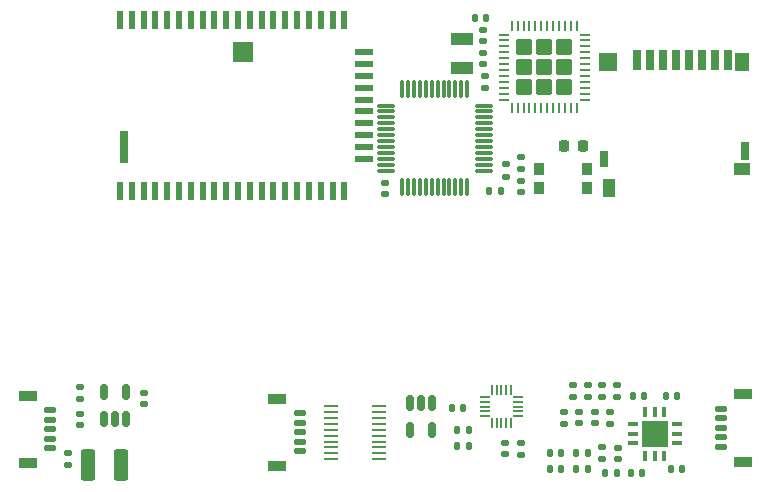
<source format=gbr>
%TF.GenerationSoftware,KiCad,Pcbnew,(6.0.0)*%
%TF.CreationDate,2022-04-23T22:24:28+01:00*%
%TF.ProjectId,main,6d61696e-2e6b-4696-9361-645f70636258,rev?*%
%TF.SameCoordinates,Original*%
%TF.FileFunction,Paste,Top*%
%TF.FilePolarity,Positive*%
%FSLAX46Y46*%
G04 Gerber Fmt 4.6, Leading zero omitted, Abs format (unit mm)*
G04 Created by KiCad (PCBNEW (6.0.0)) date 2022-04-23 22:24:28*
%MOMM*%
%LPD*%
G01*
G04 APERTURE LIST*
G04 Aperture macros list*
%AMRoundRect*
0 Rectangle with rounded corners*
0 $1 Rounding radius*
0 $2 $3 $4 $5 $6 $7 $8 $9 X,Y pos of 4 corners*
0 Add a 4 corners polygon primitive as box body*
4,1,4,$2,$3,$4,$5,$6,$7,$8,$9,$2,$3,0*
0 Add four circle primitives for the rounded corners*
1,1,$1+$1,$2,$3*
1,1,$1+$1,$4,$5*
1,1,$1+$1,$6,$7*
1,1,$1+$1,$8,$9*
0 Add four rect primitives between the rounded corners*
20,1,$1+$1,$2,$3,$4,$5,0*
20,1,$1+$1,$4,$5,$6,$7,0*
20,1,$1+$1,$6,$7,$8,$9,0*
20,1,$1+$1,$8,$9,$2,$3,0*%
%AMFreePoly0*
4,1,14,0.354215,0.088284,0.450784,-0.008285,0.462500,-0.036569,0.462500,-0.060000,0.450784,-0.088284,0.422500,-0.100000,-0.422500,-0.100000,-0.450784,-0.088284,-0.462500,-0.060000,-0.462500,0.060000,-0.450784,0.088284,-0.422500,0.100000,0.325931,0.100000,0.354215,0.088284,0.354215,0.088284,$1*%
%AMFreePoly1*
4,1,14,0.450784,0.088284,0.462500,0.060000,0.462500,0.036569,0.450784,0.008285,0.354215,-0.088284,0.325931,-0.100000,-0.422500,-0.100000,-0.450784,-0.088284,-0.462500,-0.060000,-0.462500,0.060000,-0.450784,0.088284,-0.422500,0.100000,0.422500,0.100000,0.450784,0.088284,0.450784,0.088284,$1*%
%AMFreePoly2*
4,1,14,0.088284,0.450784,0.100000,0.422500,0.100000,-0.422500,0.088284,-0.450784,0.060000,-0.462500,-0.060000,-0.462500,-0.088284,-0.450784,-0.100000,-0.422500,-0.100000,0.325931,-0.088284,0.354215,0.008285,0.450784,0.036569,0.462500,0.060000,0.462500,0.088284,0.450784,0.088284,0.450784,$1*%
%AMFreePoly3*
4,1,14,-0.008285,0.450784,0.088284,0.354215,0.100000,0.325931,0.100000,-0.422500,0.088284,-0.450784,0.060000,-0.462500,-0.060000,-0.462500,-0.088284,-0.450784,-0.100000,-0.422500,-0.100000,0.422500,-0.088284,0.450784,-0.060000,0.462500,-0.036569,0.462500,-0.008285,0.450784,-0.008285,0.450784,$1*%
%AMFreePoly4*
4,1,14,0.450784,0.088284,0.462500,0.060000,0.462500,-0.060000,0.450784,-0.088284,0.422500,-0.100000,-0.325931,-0.100000,-0.354215,-0.088284,-0.450784,0.008285,-0.462500,0.036569,-0.462500,0.060000,-0.450784,0.088284,-0.422500,0.100000,0.422500,0.100000,0.450784,0.088284,0.450784,0.088284,$1*%
%AMFreePoly5*
4,1,14,0.450784,0.088284,0.462500,0.060000,0.462500,-0.060000,0.450784,-0.088284,0.422500,-0.100000,-0.422500,-0.100000,-0.450784,-0.088284,-0.462500,-0.060000,-0.462500,-0.036569,-0.450784,-0.008285,-0.354215,0.088284,-0.325931,0.100000,0.422500,0.100000,0.450784,0.088284,0.450784,0.088284,$1*%
%AMFreePoly6*
4,1,14,0.088284,0.450784,0.100000,0.422500,0.100000,-0.325931,0.088284,-0.354215,-0.008285,-0.450784,-0.036569,-0.462500,-0.060000,-0.462500,-0.088284,-0.450784,-0.100000,-0.422500,-0.100000,0.422500,-0.088284,0.450784,-0.060000,0.462500,0.060000,0.462500,0.088284,0.450784,0.088284,0.450784,$1*%
%AMFreePoly7*
4,1,14,0.088284,0.450784,0.100000,0.422500,0.100000,-0.422500,0.088284,-0.450784,0.060000,-0.462500,0.036569,-0.462500,0.008285,-0.450784,-0.088284,-0.354215,-0.100000,-0.325931,-0.100000,0.422500,-0.088284,0.450784,-0.060000,0.462500,0.060000,0.462500,0.088284,0.450784,0.088284,0.450784,$1*%
G04 Aperture macros list end*
%ADD10RoundRect,0.135000X-0.185000X0.135000X-0.185000X-0.135000X0.185000X-0.135000X0.185000X0.135000X0*%
%ADD11RoundRect,0.140000X0.170000X-0.140000X0.170000X0.140000X-0.170000X0.140000X-0.170000X-0.140000X0*%
%ADD12RoundRect,0.140000X-0.170000X0.140000X-0.170000X-0.140000X0.170000X-0.140000X0.170000X0.140000X0*%
%ADD13RoundRect,0.125000X-0.375000X0.125000X-0.375000X-0.125000X0.375000X-0.125000X0.375000X0.125000X0*%
%ADD14RoundRect,0.225000X-0.575000X0.225000X-0.575000X-0.225000X0.575000X-0.225000X0.575000X0.225000X0*%
%ADD15RoundRect,0.140000X-0.140000X-0.170000X0.140000X-0.170000X0.140000X0.170000X-0.140000X0.170000X0*%
%ADD16R,1.200000X0.280000*%
%ADD17RoundRect,0.135000X0.135000X0.185000X-0.135000X0.185000X-0.135000X-0.185000X0.135000X-0.185000X0*%
%ADD18R,0.600000X1.500000*%
%ADD19R,1.500000X0.600000*%
%ADD20R,0.760000X2.790000*%
%ADD21R,1.780000X1.780000*%
%ADD22R,0.700000X1.750000*%
%ADD23R,1.450000X1.000000*%
%ADD24R,1.000000X1.550000*%
%ADD25R,0.800000X1.400000*%
%ADD26R,1.500000X1.500000*%
%ADD27R,1.300000X1.500000*%
%ADD28R,0.800000X1.500000*%
%ADD29RoundRect,0.250000X0.375000X1.075000X-0.375000X1.075000X-0.375000X-1.075000X0.375000X-1.075000X0*%
%ADD30RoundRect,0.140000X0.140000X0.170000X-0.140000X0.170000X-0.140000X-0.170000X0.140000X-0.170000X0*%
%ADD31R,0.965200X0.304800*%
%ADD32R,0.304800X0.965200*%
%ADD33R,2.260600X2.260600*%
%ADD34R,0.900000X1.000000*%
%ADD35RoundRect,0.150000X-0.150000X0.512500X-0.150000X-0.512500X0.150000X-0.512500X0.150000X0.512500X0*%
%ADD36RoundRect,0.075000X-0.662500X-0.075000X0.662500X-0.075000X0.662500X0.075000X-0.662500X0.075000X0*%
%ADD37RoundRect,0.075000X-0.075000X-0.662500X0.075000X-0.662500X0.075000X0.662500X-0.075000X0.662500X0*%
%ADD38FreePoly0,90.000000*%
%ADD39RoundRect,0.050000X0.050000X-0.412500X0.050000X0.412500X-0.050000X0.412500X-0.050000X-0.412500X0*%
%ADD40FreePoly1,90.000000*%
%ADD41FreePoly2,90.000000*%
%ADD42RoundRect,0.050000X0.412500X-0.050000X0.412500X0.050000X-0.412500X0.050000X-0.412500X-0.050000X0*%
%ADD43FreePoly3,90.000000*%
%ADD44FreePoly4,90.000000*%
%ADD45FreePoly5,90.000000*%
%ADD46FreePoly6,90.000000*%
%ADD47FreePoly7,90.000000*%
%ADD48R,1.900000X1.100000*%
%ADD49RoundRect,0.150000X0.150000X-0.512500X0.150000X0.512500X-0.150000X0.512500X-0.150000X-0.512500X0*%
%ADD50RoundRect,0.135000X0.185000X-0.135000X0.185000X0.135000X-0.185000X0.135000X-0.185000X-0.135000X0*%
%ADD51RoundRect,0.218750X-0.218750X-0.256250X0.218750X-0.256250X0.218750X0.256250X-0.218750X0.256250X0*%
%ADD52RoundRect,0.125000X0.375000X-0.125000X0.375000X0.125000X-0.375000X0.125000X-0.375000X-0.125000X0*%
%ADD53RoundRect,0.225000X0.575000X-0.225000X0.575000X0.225000X-0.575000X0.225000X-0.575000X-0.225000X0*%
%ADD54RoundRect,0.250000X-0.435000X-0.435000X0.435000X-0.435000X0.435000X0.435000X-0.435000X0.435000X0*%
%ADD55RoundRect,0.062500X-0.375000X-0.062500X0.375000X-0.062500X0.375000X0.062500X-0.375000X0.062500X0*%
%ADD56RoundRect,0.062500X-0.062500X-0.375000X0.062500X-0.375000X0.062500X0.375000X-0.062500X0.375000X0*%
G04 APERTURE END LIST*
D10*
%TO.C,R20*%
X110075000Y-92315000D03*
X110075000Y-93335000D03*
%TD*%
%TO.C,R51*%
X71700000Y-117390000D03*
X71700000Y-118410000D03*
%TD*%
D11*
%TO.C,C86*%
X114489588Y-112660000D03*
X114489588Y-111700000D03*
%TD*%
D12*
%TO.C,C76*%
X107000000Y-85520000D03*
X107000000Y-86480000D03*
%TD*%
%TO.C,C80*%
X116289588Y-113940000D03*
X116289588Y-114900000D03*
%TD*%
D13*
%TO.C,J5*%
X70220000Y-113800000D03*
X70220000Y-114600000D03*
X70220000Y-115400000D03*
X70220000Y-116200000D03*
X70220000Y-117000000D03*
D14*
X68300000Y-118250000D03*
X68300000Y-112550000D03*
%TD*%
D12*
%TO.C,C13*%
X106825000Y-83545000D03*
X106825000Y-84505000D03*
%TD*%
D15*
%TO.C,C75*%
X107370000Y-95275000D03*
X108330000Y-95275000D03*
%TD*%
D16*
%TO.C,J11*%
X98000000Y-117450000D03*
X94000000Y-113450000D03*
X98000000Y-113950000D03*
X94000000Y-113950000D03*
X94000000Y-114450000D03*
X94000000Y-117950000D03*
X94000000Y-116450000D03*
X94000000Y-117450000D03*
X98000000Y-113450000D03*
X98000000Y-115450000D03*
X98000000Y-116950000D03*
X98000000Y-117950000D03*
X94000000Y-114950000D03*
X94000000Y-116950000D03*
X98000000Y-116450000D03*
X98000000Y-114950000D03*
X94000000Y-115950000D03*
X94000000Y-115450000D03*
X98000000Y-114450000D03*
X98000000Y-115950000D03*
%TD*%
D10*
%TO.C,R80*%
X117589588Y-113910000D03*
X117589588Y-114930000D03*
%TD*%
D17*
%TO.C,R42*%
X105620000Y-116800000D03*
X104600000Y-116800000D03*
%TD*%
D18*
%TO.C,U3*%
X76100000Y-95250000D03*
X77100000Y-95250000D03*
X78100000Y-95250000D03*
X79100000Y-95250000D03*
X80100000Y-95250000D03*
X81100000Y-95250000D03*
X82100000Y-95250000D03*
X83100000Y-95250000D03*
X84100000Y-95250000D03*
X85100000Y-95250000D03*
X86100000Y-95250000D03*
X87100000Y-95250000D03*
X88100000Y-95250000D03*
X89100000Y-95250000D03*
X90100000Y-95250000D03*
X91100000Y-95250000D03*
X92100000Y-95250000D03*
X93100000Y-95250000D03*
X94100000Y-95250000D03*
X95100000Y-95250000D03*
D19*
X96750000Y-92500000D03*
X96750000Y-91500000D03*
X96750000Y-90500000D03*
X96750000Y-89500000D03*
X96750000Y-88500000D03*
X96750000Y-87500000D03*
X96750000Y-86500000D03*
X96750000Y-85500000D03*
X96750000Y-84500000D03*
X96750000Y-83500000D03*
D18*
X95100000Y-80750000D03*
X94100000Y-80750000D03*
X93100000Y-80750000D03*
X92100000Y-80750000D03*
X91100000Y-80750000D03*
X90100000Y-80750000D03*
X89100000Y-80750000D03*
X88100000Y-80750000D03*
X87100000Y-80750000D03*
X86100000Y-80750000D03*
X85100000Y-80750000D03*
X84100000Y-80750000D03*
X83100000Y-80750000D03*
X82100000Y-80750000D03*
X81100000Y-80750000D03*
X80100000Y-80750000D03*
X79100000Y-80750000D03*
X78100000Y-80750000D03*
X77100000Y-80750000D03*
D20*
X76420000Y-91540000D03*
D18*
X76100000Y-80750000D03*
D21*
X86530000Y-83480000D03*
%TD*%
D22*
%TO.C,CN20*%
X119905000Y-84150000D03*
X121005000Y-84150000D03*
X122105000Y-84150000D03*
X123205000Y-84150000D03*
X124305000Y-84150000D03*
X125405000Y-84150000D03*
X126505000Y-84150000D03*
X127605000Y-84150000D03*
D23*
X128730000Y-93375000D03*
D24*
X117505000Y-94950000D03*
D25*
X117105000Y-92525000D03*
D26*
X117455000Y-84275000D03*
D27*
X128805000Y-84275000D03*
D28*
X129055000Y-91875000D03*
%TD*%
D17*
%TO.C,R41*%
X105620000Y-115500000D03*
X104600000Y-115500000D03*
%TD*%
D29*
%TO.C,L50*%
X76225000Y-118400000D03*
X73425000Y-118400000D03*
%TD*%
D30*
%TO.C,C85*%
X113475000Y-118750000D03*
X112515000Y-118750000D03*
%TD*%
D11*
%TO.C,C83*%
X118305000Y-117930000D03*
X118305000Y-116970000D03*
%TD*%
D10*
%TO.C,R21*%
X108800000Y-92990000D03*
X108800000Y-94010000D03*
%TD*%
D13*
%TO.C,J80*%
X91315724Y-114070000D03*
X91315724Y-114870000D03*
X91315724Y-115670000D03*
X91315724Y-116470000D03*
X91315724Y-117270000D03*
D14*
X89395724Y-118520000D03*
X89395724Y-112820000D03*
%TD*%
D10*
%TO.C,R82*%
X116889588Y-111670000D03*
X116889588Y-112690000D03*
%TD*%
D17*
%TO.C,R87*%
X118155000Y-119100000D03*
X117135000Y-119100000D03*
%TD*%
D31*
%TO.C,U8*%
X119522688Y-114999999D03*
X119522688Y-115800000D03*
X119522688Y-116600001D03*
D32*
X120589587Y-117666900D03*
X121389588Y-117666900D03*
X122189589Y-117666900D03*
D31*
X123256488Y-116600001D03*
X123256488Y-115800000D03*
X123256488Y-114999999D03*
D32*
X122189589Y-113933100D03*
X121389588Y-113933100D03*
X120589587Y-113933100D03*
D33*
X121389588Y-115800000D03*
%TD*%
D34*
%TO.C,SW1*%
X111550000Y-93350000D03*
X115650000Y-93350000D03*
X115650000Y-94950000D03*
X111550000Y-94950000D03*
%TD*%
D30*
%TO.C,C10*%
X107080000Y-80575000D03*
X106120000Y-80575000D03*
%TD*%
D35*
%TO.C,U6*%
X102550000Y-113162500D03*
X101600000Y-113162500D03*
X100650000Y-113162500D03*
X100650000Y-115437500D03*
X102550000Y-115437500D03*
%TD*%
D12*
%TO.C,C30*%
X98500000Y-94520000D03*
X98500000Y-95480000D03*
%TD*%
D10*
%TO.C,R84*%
X113689588Y-113910000D03*
X113689588Y-114930000D03*
%TD*%
D36*
%TO.C,U2*%
X98587500Y-88000000D03*
X98587500Y-88500000D03*
X98587500Y-89000000D03*
X98587500Y-89500000D03*
X98587500Y-90000000D03*
X98587500Y-90500000D03*
X98587500Y-91000000D03*
X98587500Y-91500000D03*
X98587500Y-92000000D03*
X98587500Y-92500000D03*
X98587500Y-93000000D03*
X98587500Y-93500000D03*
D37*
X100000000Y-94912500D03*
X100500000Y-94912500D03*
X101000000Y-94912500D03*
X101500000Y-94912500D03*
X102000000Y-94912500D03*
X102500000Y-94912500D03*
X103000000Y-94912500D03*
X103500000Y-94912500D03*
X104000000Y-94912500D03*
X104500000Y-94912500D03*
X105000000Y-94912500D03*
X105500000Y-94912500D03*
D36*
X106912500Y-93500000D03*
X106912500Y-93000000D03*
X106912500Y-92500000D03*
X106912500Y-92000000D03*
X106912500Y-91500000D03*
X106912500Y-91000000D03*
X106912500Y-90500000D03*
X106912500Y-90000000D03*
X106912500Y-89500000D03*
X106912500Y-89000000D03*
X106912500Y-88500000D03*
X106912500Y-88000000D03*
D37*
X105500000Y-86587500D03*
X105000000Y-86587500D03*
X104500000Y-86587500D03*
X104000000Y-86587500D03*
X103500000Y-86587500D03*
X103000000Y-86587500D03*
X102500000Y-86587500D03*
X102000000Y-86587500D03*
X101500000Y-86587500D03*
X101000000Y-86587500D03*
X100500000Y-86587500D03*
X100000000Y-86587500D03*
%TD*%
D17*
%TO.C,R81*%
X115705000Y-117400000D03*
X114685000Y-117400000D03*
%TD*%
D38*
%TO.C,U4*%
X107600000Y-114887500D03*
D39*
X108000000Y-114887500D03*
X108400000Y-114887500D03*
X108800000Y-114887500D03*
D40*
X109200000Y-114887500D03*
D41*
X109787500Y-114300000D03*
D42*
X109787500Y-113900000D03*
X109787500Y-113500000D03*
X109787500Y-113100000D03*
D43*
X109787500Y-112700000D03*
D44*
X109200000Y-112112500D03*
D39*
X108800000Y-112112500D03*
X108400000Y-112112500D03*
X108000000Y-112112500D03*
D45*
X107600000Y-112112500D03*
D46*
X107012500Y-112700000D03*
D42*
X107012500Y-113100000D03*
X107012500Y-113500000D03*
X107012500Y-113900000D03*
D47*
X107012500Y-114300000D03*
%TD*%
D48*
%TO.C,X10*%
X105100000Y-82400000D03*
X105100000Y-84800000D03*
%TD*%
D15*
%TO.C,C89*%
X122725000Y-118800000D03*
X123685000Y-118800000D03*
%TD*%
D30*
%TO.C,C40*%
X105180000Y-113600000D03*
X104220000Y-113600000D03*
%TD*%
D49*
%TO.C,U5*%
X74750000Y-114537500D03*
X75700000Y-114537500D03*
X76650000Y-114537500D03*
X76650000Y-112262500D03*
X74750000Y-112262500D03*
%TD*%
D11*
%TO.C,C12*%
X106825000Y-82530000D03*
X106825000Y-81570000D03*
%TD*%
D50*
%TO.C,R83*%
X116955000Y-117960000D03*
X116955000Y-116940000D03*
%TD*%
%TO.C,R40*%
X110065000Y-117565000D03*
X110065000Y-116545000D03*
%TD*%
D11*
%TO.C,C50*%
X72700000Y-115080000D03*
X72700000Y-114120000D03*
%TD*%
D10*
%TO.C,R50*%
X72700000Y-111790000D03*
X72700000Y-112810000D03*
%TD*%
D12*
%TO.C,C21*%
X110075000Y-94370000D03*
X110075000Y-95330000D03*
%TD*%
D51*
%TO.C,D10*%
X113712500Y-91425000D03*
X115287500Y-91425000D03*
%TD*%
D11*
%TO.C,C82*%
X118189588Y-112660000D03*
X118189588Y-111700000D03*
%TD*%
D30*
%TO.C,C810*%
X123269588Y-112600000D03*
X122309588Y-112600000D03*
%TD*%
D15*
%TO.C,C88*%
X119542688Y-112600000D03*
X120502688Y-112600000D03*
%TD*%
D11*
%TO.C,C51*%
X78100000Y-113280000D03*
X78100000Y-112320000D03*
%TD*%
D12*
%TO.C,C84*%
X114989588Y-113940000D03*
X114989588Y-114900000D03*
%TD*%
D30*
%TO.C,C81*%
X113475000Y-117400000D03*
X112515000Y-117400000D03*
%TD*%
D12*
%TO.C,C41*%
X108665000Y-116575000D03*
X108665000Y-117535000D03*
%TD*%
D52*
%TO.C,J81*%
X126970000Y-116890000D03*
X126970000Y-116090000D03*
X126970000Y-115290000D03*
X126970000Y-114490000D03*
X126970000Y-113690000D03*
D53*
X128890000Y-118140000D03*
X128890000Y-112440000D03*
%TD*%
D15*
%TO.C,C87*%
X119375000Y-119100000D03*
X120335000Y-119100000D03*
%TD*%
D10*
%TO.C,R86*%
X115689588Y-111670000D03*
X115689588Y-112690000D03*
%TD*%
D54*
%TO.C,U1*%
X112025000Y-86437500D03*
X110325000Y-84737500D03*
X112025000Y-84737500D03*
X113725000Y-86437500D03*
X112025000Y-83037500D03*
X110325000Y-86437500D03*
X110325000Y-83037500D03*
X113725000Y-84737500D03*
X113725000Y-83037500D03*
D55*
X108587500Y-81987500D03*
X108587500Y-82487500D03*
X108587500Y-82987500D03*
X108587500Y-83487500D03*
X108587500Y-83987500D03*
X108587500Y-84487500D03*
X108587500Y-84987500D03*
X108587500Y-85487500D03*
X108587500Y-85987500D03*
X108587500Y-86487500D03*
X108587500Y-86987500D03*
X108587500Y-87487500D03*
D56*
X109275000Y-88175000D03*
X109775000Y-88175000D03*
X110275000Y-88175000D03*
X110775000Y-88175000D03*
X111275000Y-88175000D03*
X111775000Y-88175000D03*
X112275000Y-88175000D03*
X112775000Y-88175000D03*
X113275000Y-88175000D03*
X113775000Y-88175000D03*
X114275000Y-88175000D03*
X114775000Y-88175000D03*
D55*
X115462500Y-87487500D03*
X115462500Y-86987500D03*
X115462500Y-86487500D03*
X115462500Y-85987500D03*
X115462500Y-85487500D03*
X115462500Y-84987500D03*
X115462500Y-84487500D03*
X115462500Y-83987500D03*
X115462500Y-83487500D03*
X115462500Y-82987500D03*
X115462500Y-82487500D03*
X115462500Y-81987500D03*
D56*
X114775000Y-81300000D03*
X114275000Y-81300000D03*
X113775000Y-81300000D03*
X113275000Y-81300000D03*
X112775000Y-81300000D03*
X112275000Y-81300000D03*
X111775000Y-81300000D03*
X111275000Y-81300000D03*
X110775000Y-81300000D03*
X110275000Y-81300000D03*
X109775000Y-81300000D03*
X109275000Y-81300000D03*
%TD*%
D17*
%TO.C,R85*%
X115715000Y-118750000D03*
X114695000Y-118750000D03*
%TD*%
M02*

</source>
